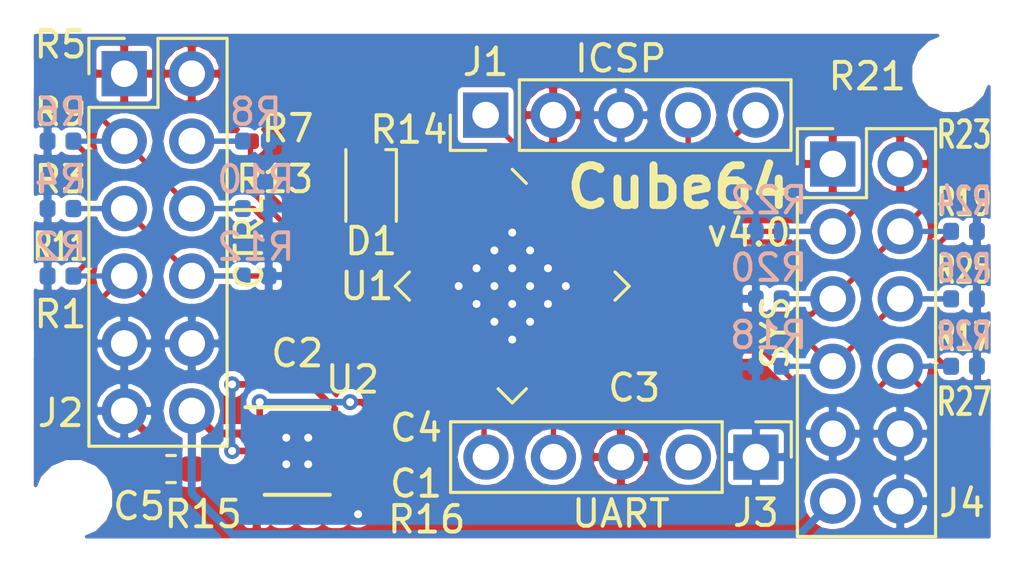
<source format=kicad_pcb>
(kicad_pcb (version 20171130) (host pcbnew 5.0.0-fee4fd1~66~ubuntu18.04.1)
  (title_block (title "Cube64 SMD") (date 2018-09-06) (rev A))
  (layers (0 F.Cu signal) (31 B.Cu signal) (34 B.Paste user hide) (35 F.Paste user hide) (36 B.SilkS user) (37 F.SilkS user) (38 B.Mask user hide) (39 F.Mask user hide) (44 Edge.Cuts user))
  (net 0 "")
  (net 1 +3V3)
  (net 2 "Net-(C2-Pad2)")
  (net 3 "Net-(C2-Pad1)")
  (net 4 +5V)
  (net 5 "Net-(D1-Pad2)")
  (net 6 "Net-(D1-Pad1)")
  (net 7 /PGC)
  (net 8 /PGD)
  (net 9 VPP)
  (net 10 /UART_RX)
  (net 11 /UART_TX)
  (net 12 /G_LED)
  (net 13 /R_LED)
  (net 14 "Net-(U1-Pad2)")
  (net 15 "Net-(U1-Pad3)")
  (net 16 GND)
  (net 17 "Net-(C4-Pad1)")
  (net 18 "Net-(C4-Pad2)")
  (net 19 /CTRL5)
  (net 20 /CTRL4)
  (net 21 /CTRL3)
  (net 22 /CTRL2)
  (net 23 /CTRL1)
  (net 24 /CTRL0)
  (net 25 "Net-(J3-Pad2)")
  (net 26 /SYS0)
  (net 27 /SYS1)
  (net 28 /SYS2)
  (net 29 /SYS3)
  (net 30 /SYS4)
  (net 31 /SYS5)
  (net 32 "Net-(R15-Pad2)")
  (net 33 "Net-(U1-Pad1)")
  (net 34 "Net-(U1-Pad4)")
  (net 35 "Net-(U1-Pad27)")
  (net 36 "Net-(U1-Pad28)")
  (module cube64:DFN-10-1EP_3x3mm_P0.5mm_EP1.55x2.48mm (layer F.Cu) (at -8.09 6.21)
    (fp_text reference U2 (at 2.08 -2.69) (layer F.SilkS))
    (fp_text value LTC3203B-1)
    (fp_line (start -1.95 -1.65) (end 1.225 -1.65) (layer F.SilkS) (width 0.15))
    (fp_line (start -1.225 1.65) (end 1.225 1.65) (layer F.SilkS) (width 0.15))
    (pad 11 thru_hole circle (at 0.4125 0.5) (size 0.6 0.6) (drill 0.3) (layers *.Cu) (net 16 GND))
    (pad 11 thru_hole circle (at -0.4125 0.5) (size 0.6 0.6) (drill 0.3) (layers *.Cu) (net 16 GND))
    (pad 11 thru_hole circle (at 0.4125 -0.5) (size 0.6 0.6) (drill 0.3) (layers *.Cu) (net 16 GND))
    (pad 11 thru_hole circle (at -0.4125 -0.5) (size 0.6 0.6) (drill 0.3) (layers *.Cu) (net 16 GND))
    (pad 11 smd roundrect (at 0 0) (size 1.65 2.38) (layers F.Cu F.Mask) (roundrect_rratio 0.059) (net 16 GND))
    (pad 10 smd roundrect (at 1.4125 -1) (size 0.675 0.25) (layers F.Cu F.Paste F.Mask) (net 2 "Net-(C2-Pad2)"))
    (pad 9 smd roundrect (at 1.4125 -0.5) (size 0.675 0.25) (layers F.Cu F.Paste F.Mask) (net 16 GND))
    (pad 8 smd roundrect (at 1.4125 0) (size 0.675 0.25) (layers F.Cu F.Paste F.Mask) (net 18 "Net-(C4-Pad2)"))
    (pad 7 smd roundrect (at 1.4125 0.5) (size 0.675 0.25) (layers F.Cu F.Paste F.Mask) (net 1 +3V3))
    (pad 6 smd roundrect (at 1.4125 1) (size 0.675 0.25) (layers F.Cu F.Paste F.Mask) (net 32 "Net-(R15-Pad2)"))
    (pad 5 smd roundrect (at -1.4125 1) (size 0.675 0.25) (layers F.Cu F.Paste F.Mask) (net 1 +3V3))
    (pad 4 smd roundrect (at -1.4125 0.5) (size 0.675 0.25) (layers F.Cu F.Paste F.Mask) (net 1 +3V3))
    (pad 3 smd roundrect (at -1.4125 0) (size 0.675 0.25) (layers F.Cu F.Paste F.Mask) (net 3 "Net-(C2-Pad1)"))
    (pad 2 smd roundrect (at -1.4125 -0.5) (size 0.675 0.25) (layers F.Cu F.Paste F.Mask) (net 4 +5V))
    (pad 1 smd roundrect (at -1.4125 -1) (size 0.675 0.25) (layers F.Cu F.Paste F.Mask) (net 17 "Net-(C4-Pad1)"))
  )
  (module MountingHole:MountingHole_2.5mm (layer F.Cu) (at -16.5 8)
    (fp_text reference REF** hide)
    (fp_text value MountingHole_2.5mm)
    (pad "" np_thru_hole circle (at 0 0) (size 2.5 2.5) (drill 2.5) (layers *.Cu *.Mask))
  )
  (module cube64:PinHeader_1x05_P2.54mm_Vertical (layer F.Cu) (at -1 -6.44 90)
    (fp_text reference J1 (at 2 0 180) (layer F.SilkS))
    (fp_text value ICSP)
    (fp_line (start -1.33 -1.33) (end 0 -1.33) (layer F.SilkS) (width 0.12))
    (fp_line (start -1.33 0) (end -1.33 -1.33) (layer F.SilkS) (width 0.12))
    (fp_line (start -1.33 1.27) (end 1.33 1.27) (layer F.SilkS) (width 0.12))
    (fp_line (start 1.33 1.27) (end 1.33 11.49) (layer F.SilkS) (width 0.12))
    (fp_line (start -1.33 1.27) (end -1.33 11.49) (layer F.SilkS) (width 0.12))
    (fp_line (start -1.33 11.49) (end 1.33 11.49) (layer F.SilkS) (width 0.12))
    (pad 5 thru_hole oval (at 0 10.16 90) (size 1.7 1.7) (drill 1) (layers *.Cu *.Mask) (net 7 /PGC))
    (pad 4 thru_hole oval (at 0 7.62 90) (size 1.7 1.7) (drill 1) (layers *.Cu *.Mask) (net 8 /PGD))
    (pad 3 thru_hole oval (at 0 5.08 90) (size 1.7 1.7) (drill 1) (layers *.Cu *.Mask) (net 16 GND))
    (pad 2 thru_hole oval (at 0 2.54 90) (size 1.7 1.7) (drill 1) (layers *.Cu *.Mask) (net 1 +3V3))
    (pad 1 thru_hole rect (at 0 0 90) (size 1.7 1.7) (drill 1) (layers *.Cu *.Mask) (net 9 VPP))
  )
  (module MountingHole:MountingHole_2.5mm (layer F.Cu) (at 16.5 -8)
    (fp_text reference REF** hide)
    (fp_text value MountingHole_2.5mm)
    (pad "" np_thru_hole circle (at 0 0) (size 2.5 2.5) (drill 2.5) (layers *.Cu *.Mask))
  )
  (module cube64:C_0402_1005Metric (layer F.Cu) (at -5.17 7.44 270)
    (fp_text reference C1 (at 0 -1.55) (layer F.SilkS))
    (fp_text value 2.2u)
    (pad 2 smd roundrect (at 0.485 0 270) (size 0.59 0.64) (layers F.Cu F.Paste F.Mask) (net 16 GND))
    (pad 1 smd roundrect (at -0.485 0 270) (size 0.59 0.64) (layers F.Cu F.Paste F.Mask) (net 1 +3V3))
  )
  (module cube64:C_0402_1005Metric (layer F.Cu) (at -8.09 3.7)
    (fp_text reference C2 (at 0 -1.17) (layer F.SilkS))
    (fp_text value 2.2u)
    (pad 2 smd roundrect (at 0.485 0) (size 0.59 0.64) (layers F.Cu F.Paste F.Mask) (net 2 "Net-(C2-Pad2)"))
    (pad 1 smd roundrect (at -0.485 0) (size 0.59 0.64) (layers F.Cu F.Paste F.Mask) (net 3 "Net-(C2-Pad1)"))
  )
  (module cube64:C_0402_1005Metric (layer F.Cu) (at 2.63 3.83 225)
    (fp_text reference C3 (at -1.385929 -1.385929 180) (layer F.SilkS))
    (fp_text value 0.1u)
    (pad 1 smd roundrect (at -0.485 0 225) (size 0.59 0.64) (layers F.Cu F.Paste F.Mask) (net 1 +3V3))
    (pad 2 smd roundrect (at 0.485 0 225) (size 0.59 0.64) (layers F.Cu F.Paste F.Mask) (net 16 GND))
  )
  (module cube64:C_0402_1005Metric (layer F.Cu) (at -5.17 5.34 270)
    (fp_text reference C4 (at 0 -1.55) (layer F.SilkS))
    (fp_text value 2.2u)
    (pad 1 smd roundrect (at -0.485 0 270) (size 0.59 0.64) (layers F.Cu F.Paste F.Mask) (net 17 "Net-(C4-Pad1)"))
    (pad 2 smd roundrect (at 0.485 0 270) (size 0.59 0.64) (layers F.Cu F.Paste F.Mask) (net 18 "Net-(C4-Pad2)"))
  )
  (module cube64:C_0603_1608Metric (layer F.Cu) (at -12.84 6.89 180)
    (fp_text reference C5 (at 1.2 -1.4) (layer F.SilkS))
    (fp_text value 4.7u)
    (fp_line (start -0.162779 -0.51) (end 0.162779 -0.51) (layer F.SilkS) (width 0.12))
    (fp_line (start -0.162779 0.51) (end 0.162779 0.51) (layer F.SilkS) (width 0.12))
    (pad 1 smd roundrect (at -0.7875 0 180) (size 0.875 0.95) (layers F.Cu F.Paste F.Mask) (net 4 +5V))
    (pad 2 smd roundrect (at 0.7875 0 180) (size 0.875 0.95) (layers F.Cu F.Paste F.Mask) (net 16 GND))
  )
  (module cube64:D_0606_1616Metric (layer F.Cu) (at -5.31 -3.79 270)
    (fp_text reference D1 (at 2.1 0) (layer F.SilkS))
    (fp_text value LED_Dual_AACC)
    (fp_line (start -1.35 -0.55) (end -1.35 -0.95) (layer F.SilkS) (width 0.12))
    (fp_line (start -1.35 -0.95) (end 1.35 -0.95) (layer F.SilkS) (width 0.12))
    (fp_line (start -1.35 0.95) (end 1.35 0.95) (layer F.SilkS) (width 0.12))
    (pad 1 smd rect (at -0.725 -0.425 270) (size 0.85 0.65) (layers F.Cu F.Paste F.Mask) (net 6 "Net-(D1-Pad1)"))
    (pad 3 smd rect (at 0.725 -0.425 270) (size 0.85 0.65) (layers F.Cu F.Paste F.Mask) (net 12 /G_LED))
    (pad 4 smd rect (at 0.725 0.425 270) (size 0.85 0.65) (layers F.Cu F.Paste F.Mask) (net 13 /R_LED))
    (pad 2 smd rect (at -0.725 0.425 270) (size 0.85 0.65) (layers F.Cu F.Paste F.Mask) (net 5 "Net-(D1-Pad2)"))
  )
  (module cube64:PinHeader_2x06_P2.54mm_Vertical (layer F.Cu) (at -14.6 -8)
    (fp_text reference J2 (at -2.39 12.78) (layer F.SilkS))
    (fp_text value CTRL)
    (fp_line (start -1.33 -1.33) (end 0 -1.33) (layer F.SilkS) (width 0.12))
    (fp_line (start -1.33 0) (end -1.33 -1.33) (layer F.SilkS) (width 0.12))
    (fp_line (start 1.27 -1.33) (end 3.87 -1.33) (layer F.SilkS) (width 0.12))
    (fp_line (start 1.27 1.27) (end 1.27 -1.33) (layer F.SilkS) (width 0.12))
    (fp_line (start -1.33 1.27) (end 1.27 1.27) (layer F.SilkS) (width 0.12))
    (fp_line (start 3.87 -1.33) (end 3.87 14.03) (layer F.SilkS) (width 0.12))
    (fp_line (start -1.33 1.27) (end -1.33 14.03) (layer F.SilkS) (width 0.12))
    (fp_line (start -1.33 14.03) (end 3.87 14.03) (layer F.SilkS) (width 0.12))
    (pad 12 thru_hole oval (at 2.54 12.7) (size 1.7 1.7) (drill 1) (layers *.Cu *.Mask) (net 4 +5V))
    (pad 11 thru_hole oval (at 0 12.7) (size 1.7 1.7) (drill 1) (layers *.Cu *.Mask) (net 16 GND))
    (pad 10 thru_hole oval (at 2.54 10.16) (size 1.7 1.7) (drill 1) (layers *.Cu *.Mask) (net 16 GND))
    (pad 9 thru_hole oval (at 0 10.16) (size 1.7 1.7) (drill 1) (layers *.Cu *.Mask) (net 16 GND))
    (pad 8 thru_hole oval (at 2.54 7.62) (size 1.7 1.7) (drill 1) (layers *.Cu *.Mask) (net 20 /CTRL4))
    (pad 7 thru_hole oval (at 0 7.62) (size 1.7 1.7) (drill 1) (layers *.Cu *.Mask) (net 19 /CTRL5))
    (pad 6 thru_hole oval (at 2.54 5.08) (size 1.7 1.7) (drill 1) (layers *.Cu *.Mask) (net 22 /CTRL2))
    (pad 5 thru_hole oval (at 0 5.08) (size 1.7 1.7) (drill 1) (layers *.Cu *.Mask) (net 21 /CTRL3))
    (pad 4 thru_hole oval (at 2.54 2.54) (size 1.7 1.7) (drill 1) (layers *.Cu *.Mask) (net 24 /CTRL0))
    (pad 3 thru_hole oval (at 0 2.54) (size 1.7 1.7) (drill 1) (layers *.Cu *.Mask) (net 23 /CTRL1))
    (pad 2 thru_hole oval (at 2.54 0) (size 1.7 1.7) (drill 1) (layers *.Cu *.Mask) (net 1 +3V3))
    (pad 1 thru_hole rect (at 0 0) (size 1.7 1.7) (drill 1) (layers *.Cu *.Mask) (net 1 +3V3))
  )
  (module cube64:PinHeader_2x06_P2.54mm_Vertical (layer F.Cu) (at 12.06 -4.6)
    (fp_text reference J4 (at 4.87 12.77) (layer F.SilkS))
    (fp_text value SYS)
    (fp_line (start -1.33 14.03) (end 3.87 14.03) (layer F.SilkS) (width 0.12))
    (fp_line (start -1.33 1.27) (end -1.33 14.03) (layer F.SilkS) (width 0.12))
    (fp_line (start 3.87 -1.33) (end 3.87 14.03) (layer F.SilkS) (width 0.12))
    (fp_line (start -1.33 1.27) (end 1.27 1.27) (layer F.SilkS) (width 0.12))
    (fp_line (start 1.27 1.27) (end 1.27 -1.33) (layer F.SilkS) (width 0.12))
    (fp_line (start 1.27 -1.33) (end 3.87 -1.33) (layer F.SilkS) (width 0.12))
    (fp_line (start -1.33 0) (end -1.33 -1.33) (layer F.SilkS) (width 0.12))
    (fp_line (start -1.33 -1.33) (end 0 -1.33) (layer F.SilkS) (width 0.12))
    (pad 1 thru_hole rect (at 0 0) (size 1.7 1.7) (drill 1) (layers *.Cu *.Mask) (net 1 +3V3))
    (pad 2 thru_hole oval (at 2.54 0) (size 1.7 1.7) (drill 1) (layers *.Cu *.Mask) (net 1 +3V3))
    (pad 3 thru_hole oval (at 0 2.54) (size 1.7 1.7) (drill 1) (layers *.Cu *.Mask) (net 26 /SYS0))
    (pad 4 thru_hole oval (at 2.54 2.54) (size 1.7 1.7) (drill 1) (layers *.Cu *.Mask) (net 27 /SYS1))
    (pad 5 thru_hole oval (at 0 5.08) (size 1.7 1.7) (drill 1) (layers *.Cu *.Mask) (net 28 /SYS2))
    (pad 6 thru_hole oval (at 2.54 5.08) (size 1.7 1.7) (drill 1) (layers *.Cu *.Mask) (net 29 /SYS3))
    (pad 7 thru_hole oval (at 0 7.62) (size 1.7 1.7) (drill 1) (layers *.Cu *.Mask) (net 30 /SYS4))
    (pad 8 thru_hole oval (at 2.54 7.62) (size 1.7 1.7) (drill 1) (layers *.Cu *.Mask) (net 31 /SYS5))
    (pad 9 thru_hole oval (at 0 10.16) (size 1.7 1.7) (drill 1) (layers *.Cu *.Mask) (net 16 GND))
    (pad 10 thru_hole oval (at 2.54 10.16) (size 1.7 1.7) (drill 1) (layers *.Cu *.Mask) (net 16 GND))
    (pad 11 thru_hole oval (at 0 12.7) (size 1.7 1.7) (drill 1) (layers *.Cu *.Mask) (net 4 +5V))
    (pad 12 thru_hole oval (at 2.54 12.7) (size 1.7 1.7) (drill 1) (layers *.Cu *.Mask) (net 16 GND))
  )
  (module cube64:R_0402_1005Metric (layer F.Cu) (at -17 2.16)
    (fp_text reference R1 (at 0 -1.1) (layer F.SilkS))
    (fp_text value DNP)
    (pad 1 smd roundrect (at -0.485 0) (size 0.59 0.64) (layers F.Cu F.Paste F.Mask) (net 1 +3V3))
    (pad 2 smd roundrect (at 0.485 0) (size 0.59 0.64) (layers F.Cu F.Paste F.Mask) (net 19 /CTRL5))
  )
  (module cube64:R_0402_1005Metric (layer B.Cu) (at -17 -0.38 180)
    (fp_text reference R2 (at 0 1.1 180) (layer B.SilkS) (effects (justify mirror)))
    (fp_text value DNP)
    (pad 2 smd roundrect (at 0.485 0 180) (size 0.59 0.64) (layers B.Cu B.Paste B.Mask) (net 16 GND))
    (pad 1 smd roundrect (at -0.485 0 180) (size 0.59 0.64) (layers B.Cu B.Paste B.Mask) (net 19 /CTRL5))
  )
  (module cube64:R_0402_1005Metric (layer F.Cu) (at -17 -2.92)
    (fp_text reference R3 (at 0 -1.1) (layer F.SilkS))
    (fp_text value 1K)
    (pad 1 smd roundrect (at -0.485 0) (size 0.59 0.64) (layers F.Cu F.Paste F.Mask) (net 1 +3V3))
    (pad 2 smd roundrect (at 0.485 0) (size 0.59 0.64) (layers F.Cu F.Paste F.Mask) (net 21 /CTRL3))
  )
  (module cube64:R_0402_1005Metric (layer B.Cu) (at -17 -2.92 180)
    (fp_text reference R4 (at 0 1.1 180) (layer B.SilkS) (effects (justify mirror)))
    (fp_text value DNP)
    (pad 2 smd roundrect (at 0.485 0 180) (size 0.59 0.64) (layers B.Cu B.Paste B.Mask) (net 16 GND))
    (pad 1 smd roundrect (at -0.485 0 180) (size 0.59 0.64) (layers B.Cu B.Paste B.Mask) (net 21 /CTRL3))
  )
  (module cube64:R_0402_1005Metric (layer F.Cu) (at -17 -8)
    (fp_text reference R5 (at 0 -1.1) (layer F.SilkS))
    (fp_text value DNP)
    (pad 1 smd roundrect (at -0.485 0) (size 0.59 0.64) (layers F.Cu F.Paste F.Mask) (net 1 +3V3))
    (pad 2 smd roundrect (at 0.485 0) (size 0.59 0.64) (layers F.Cu F.Paste F.Mask) (net 23 /CTRL1))
  )
  (module cube64:R_0402_1005Metric (layer B.Cu) (at -17 -5.46 180)
    (fp_text reference R6 (at 0 1.1 180) (layer B.SilkS) (effects (justify mirror)))
    (fp_text value DNP)
    (pad 2 smd roundrect (at 0.485 0 180) (size 0.59 0.64) (layers B.Cu B.Paste B.Mask) (net 16 GND))
    (pad 1 smd roundrect (at -0.485 0 180) (size 0.59 0.64) (layers B.Cu B.Paste B.Mask) (net 23 /CTRL1))
  )
  (module cube64:R_0402_1005Metric (layer F.Cu) (at -9.85 -5.94 270)
    (fp_text reference R7 (at 0 -1.4) (layer F.SilkS))
    (fp_text value DNP)
    (pad 1 smd roundrect (at -0.485 0 270) (size 0.59 0.64) (layers F.Cu F.Paste F.Mask) (net 1 +3V3))
    (pad 2 smd roundrect (at 0.485 0 270) (size 0.59 0.64) (layers F.Cu F.Paste F.Mask) (net 24 /CTRL0))
  )
  (module cube64:R_0402_1005Metric (layer B.Cu) (at -9.65 -5.46)
    (fp_text reference R8 (at 0 -1.1) (layer B.SilkS) (effects (justify mirror)))
    (fp_text value DNP)
    (pad 2 smd roundrect (at 0.485 0) (size 0.59 0.64) (layers B.Cu B.Paste B.Mask) (net 16 GND))
    (pad 1 smd roundrect (at -0.485 0) (size 0.59 0.64) (layers B.Cu B.Paste B.Mask) (net 24 /CTRL0))
  )
  (module cube64:R_0402_1005Metric (layer F.Cu) (at -17 -5.46)
    (fp_text reference R9 (at 0 -1.1) (layer F.SilkS))
    (fp_text value 1K)
    (pad 1 smd roundrect (at -0.485 0) (size 0.59 0.64) (layers F.Cu F.Paste F.Mask) (net 1 +3V3))
    (pad 2 smd roundrect (at 0.485 0) (size 0.59 0.64) (layers F.Cu F.Paste F.Mask) (net 22 /CTRL2))
  )
  (module cube64:R_0402_1005Metric (layer B.Cu) (at -9.65 -2.92)
    (fp_text reference R10 (at 0 -1.1) (layer B.SilkS) (effects (justify mirror)))
    (fp_text value DNP)
    (pad 2 smd roundrect (at 0.485 0) (size 0.59 0.64) (layers B.Cu B.Paste B.Mask) (net 16 GND))
    (pad 1 smd roundrect (at -0.485 0) (size 0.59 0.64) (layers B.Cu B.Paste B.Mask) (net 22 /CTRL2))
  )
  (module cube64:R_0402_1005Metric (layer F.Cu) (at -17 -0.38)
    (fp_text reference R11 (at 0 -1.1) (layer F.SilkS) (effects (font (size 1 0.7))))
    (fp_text value DNP)
    (pad 1 smd roundrect (at -0.485 0) (size 0.59 0.64) (layers F.Cu F.Paste F.Mask) (net 1 +3V3))
    (pad 2 smd roundrect (at 0.485 0) (size 0.59 0.64) (layers F.Cu F.Paste F.Mask) (net 20 /CTRL4))
  )
  (module cube64:R_0402_1005Metric (layer B.Cu) (at -9.65 -0.38)
    (fp_text reference R12 (at 0 -1.1 180) (layer B.SilkS) (effects (justify mirror)))
    (fp_text value DNP)
    (pad 2 smd roundrect (at 0.485 0) (size 0.59 0.64) (layers B.Cu B.Paste B.Mask) (net 16 GND))
    (pad 1 smd roundrect (at -0.485 0) (size 0.59 0.64) (layers B.Cu B.Paste B.Mask) (net 20 /CTRL4))
  )
  (module cube64:R_0402_1005Metric (layer F.Cu) (at -6.94 -4.03 90)
    (fp_text reference R13 (at 0 -2 180) (layer F.SilkS))
    (fp_text value 64.9)
    (pad 2 smd roundrect (at 0.485 0 90) (size 0.59 0.64) (layers F.Cu F.Paste F.Mask) (net 5 "Net-(D1-Pad2)"))
    (pad 1 smd roundrect (at -0.485 0 90) (size 0.59 0.64) (layers F.Cu F.Paste F.Mask) (net 1 +3V3))
  )
  (module cube64:R_0402_1005Metric (layer F.Cu) (at -3.64 -4.03 90)
    (fp_text reference R14 (at 1.86 -0.25) (layer F.SilkS))
    (fp_text value 64.9)
    (pad 1 smd roundrect (at -0.485 0 90) (size 0.59 0.64) (layers F.Cu F.Paste F.Mask) (net 1 +3V3))
    (pad 2 smd roundrect (at 0.485 0 90) (size 0.59 0.64) (layers F.Cu F.Paste F.Mask) (net 6 "Net-(D1-Pad1)"))
  )
  (module cube64:R_0402_1005Metric (layer F.Cu) (at -9.13 8.59)
    (fp_text reference R15 (at -2.5 0) (layer F.SilkS))
    (fp_text value 402K)
    (pad 2 smd roundrect (at 0.485 0) (size 0.59 0.64) (layers F.Cu F.Paste F.Mask) (net 32 "Net-(R15-Pad2)"))
    (pad 1 smd roundrect (at -0.485 0) (size 0.59 0.64) (layers F.Cu F.Paste F.Mask) (net 1 +3V3))
  )
  (module cube64:R_0402_1005Metric (layer F.Cu) (at -7.12 8.59)
    (fp_text reference R16 (at 3.9 0.2) (layer F.SilkS))
    (fp_text value 100K)
    (pad 1 smd roundrect (at -0.485 0) (size 0.59 0.64) (layers F.Cu F.Paste F.Mask) (net 32 "Net-(R15-Pad2)"))
    (pad 2 smd roundrect (at 0.485 0) (size 0.59 0.64) (layers F.Cu F.Paste F.Mask) (net 16 GND))
  )
  (module cube64:R_0402_1005Metric (layer F.Cu) (at 17 3.02 180)
    (fp_text reference R17 (at 0 1.1 180) (layer F.SilkS) (effects (font (size 1 0.7))))
    (fp_text value DNP)
    (pad 1 smd roundrect (at -0.485 0 180) (size 0.59 0.64) (layers F.Cu F.Paste F.Mask) (net 1 +3V3))
    (pad 2 smd roundrect (at 0.485 0 180) (size 0.59 0.64) (layers F.Cu F.Paste F.Mask) (net 30 /SYS4))
  )
  (module cube64:R_0402_1005Metric (layer B.Cu) (at 9.65 3.02 180)
    (fp_text reference R18 (at 0 1.17 180) (layer B.SilkS) (effects (justify mirror)))
    (fp_text value DNP)
    (pad 2 smd roundrect (at 0.485 0 180) (size 0.59 0.64) (layers B.Cu B.Paste B.Mask) (net 16 GND))
    (pad 1 smd roundrect (at -0.485 0 180) (size 0.59 0.64) (layers B.Cu B.Paste B.Mask) (net 30 /SYS4))
  )
  (module cube64:R_0402_1005Metric (layer F.Cu) (at 17 -2.06 180)
    (fp_text reference R19 (at 0 1.1 180) (layer F.SilkS) (effects (font (size 1 0.7))))
    (fp_text value DNP)
    (pad 1 smd roundrect (at -0.485 0 180) (size 0.59 0.64) (layers F.Cu F.Paste F.Mask) (net 1 +3V3))
    (pad 2 smd roundrect (at 0.485 0 180) (size 0.59 0.64) (layers F.Cu F.Paste F.Mask) (net 28 /SYS2))
  )
  (module cube64:R_0402_1005Metric (layer B.Cu) (at 9.65 0.48 180)
    (fp_text reference R20 (at 0 1.17 180) (layer B.SilkS) (effects (justify mirror)))
    (fp_text value DNP)
    (pad 2 smd roundrect (at 0.485 0 180) (size 0.59 0.64) (layers B.Cu B.Paste B.Mask) (net 16 GND))
    (pad 1 smd roundrect (at -0.485 0 180) (size 0.59 0.64) (layers B.Cu B.Paste B.Mask) (net 28 /SYS2))
  )
  (module cube64:R_0402_1005Metric (layer F.Cu) (at 13.36 -6.8)
    (fp_text reference R21 (at 0 -1.1) (layer F.SilkS))
    (fp_text value DNP)
    (pad 1 smd roundrect (at -0.485 0) (size 0.59 0.64) (layers F.Cu F.Paste F.Mask) (net 1 +3V3))
    (pad 2 smd roundrect (at 0.485 0) (size 0.59 0.64) (layers F.Cu F.Paste F.Mask) (net 26 /SYS0))
  )
  (module cube64:R_0402_1005Metric (layer B.Cu) (at 9.65 -2.06 180)
    (fp_text reference R22 (at 0 1.17 180) (layer B.SilkS) (effects (justify mirror)))
    (fp_text value DNP)
    (pad 2 smd roundrect (at 0.485 0 180) (size 0.59 0.64) (layers B.Cu B.Paste B.Mask) (net 16 GND))
    (pad 1 smd roundrect (at -0.485 0 180) (size 0.59 0.64) (layers B.Cu B.Paste B.Mask) (net 26 /SYS0))
  )
  (module cube64:R_0402_1005Metric (layer F.Cu) (at 17 -4.6 180)
    (fp_text reference R23 (at 0 1.1 180) (layer F.SilkS) (effects (font (size 1 0.7))))
    (fp_text value DNP)
    (pad 1 smd roundrect (at -0.485 0 180) (size 0.59 0.64) (layers F.Cu F.Paste F.Mask) (net 1 +3V3))
    (pad 2 smd roundrect (at 0.485 0 180) (size 0.59 0.64) (layers F.Cu F.Paste F.Mask) (net 27 /SYS1))
  )
  (module cube64:R_0402_1005Metric (layer B.Cu) (at 17 -2.06)
    (fp_text reference R24 (at 0 -1.15) (layer B.SilkS) (effects (font (size 1 0.7)) (justify mirror)))
    (fp_text value DNP)
    (pad 2 smd roundrect (at 0.485 0) (size 0.59 0.64) (layers B.Cu B.Paste B.Mask) (net 16 GND))
    (pad 1 smd roundrect (at -0.485 0) (size 0.59 0.64) (layers B.Cu B.Paste B.Mask) (net 27 /SYS1))
  )
  (module cube64:R_0402_1005Metric (layer F.Cu) (at 17 0.48 180)
    (fp_text reference R25 (at 0 1.1 180) (layer F.SilkS) (effects (font (size 1 0.7))))
    (fp_text value DNP)
    (pad 2 smd roundrect (at 0.485 0 180) (size 0.59 0.64) (layers F.Cu F.Paste F.Mask) (net 29 /SYS3))
    (pad 1 smd roundrect (at -0.485 0 180) (size 0.59 0.64) (layers F.Cu F.Paste F.Mask) (net 1 +3V3))
  )
  (module cube64:R_0402_1005Metric (layer B.Cu) (at 17 0.48)
    (fp_text reference R26 (at 0 -1.15) (layer B.SilkS) (effects (font (size 1 0.7)) (justify mirror)))
    (fp_text value DNP)
    (pad 1 smd roundrect (at -0.485 0) (size 0.59 0.64) (layers B.Cu B.Paste B.Mask) (net 29 /SYS3))
    (pad 2 smd roundrect (at 0.485 0) (size 0.59 0.64) (layers B.Cu B.Paste B.Mask) (net 16 GND))
  )
  (module cube64:R_0402_1005Metric (layer F.Cu) (at 17 5.56 180)
    (fp_text reference R27 (at 0 1.2 180) (layer F.SilkS) (effects (font (size 1 0.7))))
    (fp_text value DNP)
    (pad 2 smd roundrect (at 0.485 0 180) (size 0.59 0.64) (layers F.Cu F.Paste F.Mask) (net 31 /SYS5))
    (pad 1 smd roundrect (at -0.485 0 180) (size 0.59 0.64) (layers F.Cu F.Paste F.Mask) (net 1 +3V3))
  )
  (module cube64:R_0402_1005Metric (layer B.Cu) (at 17 3.02)
    (fp_text reference R28 (at 0 -1.15) (layer B.SilkS) (effects (font (size 1 0.7)) (justify mirror)))
    (fp_text value DNP)
    (pad 1 smd roundrect (at -0.485 0) (size 0.59 0.64) (layers B.Cu B.Paste B.Mask) (net 31 /SYS5))
    (pad 2 smd roundrect (at 0.485 0) (size 0.59 0.64) (layers B.Cu B.Paste B.Mask) (net 16 GND))
  )
  (module cube64:QFN-28-1EP_6x6mm_P0.65mm_EP4.25x4.25mm_ThermalVias (layer F.Cu) (at 0 0 315)
    (fp_text reference U1 (at -3.867874 3.867874) (layer F.SilkS))
    (fp_text value PIC18F24Q10)
    (fp_line (start 2.36 -3.11) (end 3.11 -3.11) (layer F.SilkS) (width 0.12))
    (fp_line (start 3.11 -3.11) (end 3.11 -2.36) (layer F.SilkS) (width 0.12))
    (fp_line (start -2.36 3.11) (end -3.11 3.11) (layer F.SilkS) (width 0.12))
    (fp_line (start -3.11 3.11) (end -3.11 2.36) (layer F.SilkS) (width 0.12))
    (fp_line (start 2.36 3.11) (end 3.11 3.11) (layer F.SilkS) (width 0.12))
    (fp_line (start 3.11 3.11) (end 3.11 2.36) (layer F.SilkS) (width 0.12))
    (fp_line (start -2.36 -3.11) (end -3.11 -3.11) (layer F.SilkS) (width 0.12))
    (pad 29 smd roundrect (at 0 0 315) (size 4.25 4.25) (layers F.Cu F.Mask) (roundrect_rratio 0.058824) (net 16 GND))
    (pad 29 thru_hole circle (at -1.425 -1.425 315) (size 0.6 0.6) (drill 0.3) (layers *.Cu) (net 16 GND))
    (pad 29 thru_hole circle (at -0.475 -1.425 315) (size 0.6 0.6) (drill 0.3) (layers *.Cu) (net 16 GND))
    (pad 29 thru_hole circle (at 0.475 -1.425 315) (size 0.6 0.6) (drill 0.3) (layers *.Cu) (net 16 GND))
    (pad 29 thru_hole circle (at 1.425 -1.425 315) (size 0.6 0.6) (drill 0.3) (layers *.Cu) (net 16 GND))
    (pad 29 thru_hole circle (at -1.425 -0.475 315) (size 0.6 0.6) (drill 0.3) (layers *.Cu) (net 16 GND))
    (pad 29 thru_hole circle (at -0.475 -0.475 315) (size 0.6 0.6) (drill 0.3) (layers *.Cu) (net 16 GND))
    (pad 29 thru_hole circle (at 0.475 -0.475 315) (size 0.6 0.6) (drill 0.3) (layers *.Cu) (net 16 GND))
    (pad 29 thru_hole circle (at 1.425 -0.475 315) (size 0.6 0.6) (drill 0.3) (layers *.Cu) (net 16 GND))
    (pad 29 thru_hole circle (at -1.425 0.475 315) (size 0.6 0.6) (drill 0.3) (layers *.Cu) (net 16 GND))
    (pad 29 thru_hole circle (at -0.475 0.475 315) (size 0.6 0.6) (drill 0.3) (layers *.Cu) (net 16 GND))
    (pad 29 thru_hole circle (at 0.475 0.475 315) (size 0.6 0.6) (drill 0.3) (layers *.Cu) (net 16 GND))
    (pad 29 thru_hole circle (at 1.425 0.475 315) (size 0.6 0.6) (drill 0.3) (layers *.Cu) (net 16 GND))
    (pad 29 thru_hole circle (at -1.425 1.425 315) (size 0.6 0.6) (drill 0.3) (layers *.Cu) (net 16 GND))
    (pad 29 thru_hole circle (at -0.475 1.425 315) (size 0.6 0.6) (drill 0.3) (layers *.Cu) (net 16 GND))
    (pad 29 thru_hole circle (at 0.475 1.425 315) (size 0.6 0.6) (drill 0.3) (layers *.Cu) (net 16 GND))
    (pad 29 thru_hole circle (at 1.425 1.425 315) (size 0.6 0.6) (drill 0.3) (layers *.Cu) (net 16 GND))
    (pad 29 smd roundrect (at 0 0 315) (size 3.35 3.35) (layers B.Cu) (roundrect_rratio 0.075) (net 16 GND))
    (pad 1 smd roundrect (at -2.85 -1.95 315) (size 1 0.37) (layers F.Cu F.Paste F.Mask) (net 33 "Net-(U1-Pad1)"))
    (pad 2 smd roundrect (at -2.85 -1.3 315) (size 1 0.37) (layers F.Cu F.Paste F.Mask) (net 14 "Net-(U1-Pad2)"))
    (pad 3 smd roundrect (at -2.85 -0.65 315) (size 1 0.37) (layers F.Cu F.Paste F.Mask) (net 15 "Net-(U1-Pad3)"))
    (pad 4 smd roundrect (at -2.85 0 315) (size 1 0.37) (layers F.Cu F.Paste F.Mask) (net 34 "Net-(U1-Pad4)"))
    (pad 5 smd roundrect (at -2.85 0.65 315) (size 1 0.37) (layers F.Cu F.Paste F.Mask) (net 16 GND))
    (pad 6 smd roundrect (at -2.85 1.3 315) (size 1 0.37) (layers F.Cu F.Paste F.Mask) (net 12 /G_LED))
    (pad 7 smd roundrect (at -2.85 1.95 315) (size 1 0.37) (layers F.Cu F.Paste F.Mask) (net 13 /R_LED))
    (pad 8 smd roundrect (at -1.95 2.85 315) (size 0.37 1) (layers F.Cu F.Paste F.Mask) (net 24 /CTRL0))
    (pad 9 smd roundrect (at -1.3 2.85 315) (size 0.37 1) (layers F.Cu F.Paste F.Mask) (net 23 /CTRL1))
    (pad 10 smd roundrect (at -0.65 2.85 315) (size 0.37 1) (layers F.Cu F.Paste F.Mask) (net 22 /CTRL2))
    (pad 11 smd roundrect (at 0 2.85 315) (size 0.37 1) (layers F.Cu F.Paste F.Mask) (net 21 /CTRL3))
    (pad 12 smd roundrect (at 0.65 2.85 315) (size 0.37 1) (layers F.Cu F.Paste F.Mask) (net 20 /CTRL4))
    (pad 13 smd roundrect (at 1.3 2.85 315) (size 0.37 1) (layers F.Cu F.Paste F.Mask) (net 19 /CTRL5))
    (pad 14 smd roundrect (at 1.95 2.85 315) (size 0.37 1) (layers F.Cu F.Paste F.Mask) (net 11 /UART_TX))
    (pad 15 smd roundrect (at 2.85 1.95 315) (size 1 0.37) (layers F.Cu F.Paste F.Mask) (net 10 /UART_RX))
    (pad 16 smd roundrect (at 2.85 1.3 315) (size 1 0.37) (layers F.Cu F.Paste F.Mask) (net 16 GND))
    (pad 17 smd roundrect (at 2.85 0.65 315) (size 1 0.37) (layers F.Cu F.Paste F.Mask) (net 1 +3V3))
    (pad 18 smd roundrect (at 2.85 0 315) (size 1 0.37) (layers F.Cu F.Paste F.Mask) (net 31 /SYS5))
    (pad 19 smd roundrect (at 2.85 -0.65 315) (size 1 0.37) (layers F.Cu F.Paste F.Mask) (net 30 /SYS4))
    (pad 20 smd roundrect (at 2.85 -1.3 315) (size 1 0.37) (layers F.Cu F.Paste F.Mask) (net 29 /SYS3))
    (pad 21 smd roundrect (at 2.85 -1.95 315) (size 1 0.37) (layers F.Cu F.Paste F.Mask) (net 28 /SYS2))
    (pad 22 smd roundrect (at 1.95 -2.85 315) (size 0.37 1) (layers F.Cu F.Paste F.Mask) (net 27 /SYS1))
    (pad 23 smd roundrect (at 1.3 -2.85 315) (size 0.37 1) (layers F.Cu F.Paste F.Mask) (net 26 /SYS0))
    (pad 24 smd roundrect (at 0.65 -2.85 315) (size 0.37 1) (layers F.Cu F.Paste F.Mask) (net 7 /PGC))
    (pad 25 smd roundrect (at 0 -2.85 315) (size 0.37 1) (layers F.Cu F.Paste F.Mask) (net 8 /PGD))
    (pad 26 smd roundrect (at -0.65 -2.85 315) (size 0.37 1) (layers F.Cu F.Paste F.Mask) (net 9 VPP))
    (pad 27 smd roundrect (at -1.3 -2.85 315) (size 0.37 1) (layers F.Cu F.Paste F.Mask) (net 35 "Net-(U1-Pad27)"))
    (pad 28 smd roundrect (at -1.95 -2.85 315) (size 0.37 1) (layers F.Cu F.Paste F.Mask) (net 36 "Net-(U1-Pad28)"))
  )
  (module cube64:PinHeader_1x05_P2.54mm_Vertical (layer F.Cu) (at 9.17 6.44 270)
    (fp_text reference J3 (at 2.1 0) (layer F.SilkS))
    (fp_text value UART)
    (fp_line (start -1.33 11.49) (end 1.33 11.49) (layer F.SilkS) (width 0.12))
    (fp_line (start -1.33 1.27) (end -1.33 11.49) (layer F.SilkS) (width 0.12))
    (fp_line (start 1.33 1.27) (end 1.33 11.49) (layer F.SilkS) (width 0.12))
    (fp_line (start -1.33 1.27) (end 1.33 1.27) (layer F.SilkS) (width 0.12))
    (fp_line (start -1.33 0) (end -1.33 -1.33) (layer F.SilkS) (width 0.12))
    (fp_line (start -1.33 -1.33) (end 0 -1.33) (layer F.SilkS) (width 0.12))
    (pad 1 thru_hole rect (at 0 0 270) (size 1.7 1.7) (drill 1) (layers *.Cu *.Mask) (net 16 GND))
    (pad 2 thru_hole oval (at 0 2.54 270) (size 1.7 1.7) (drill 1) (layers *.Cu *.Mask) (net 25 "Net-(J3-Pad2)"))
    (pad 3 thru_hole oval (at 0 5.08 270) (size 1.7 1.7) (drill 1) (layers *.Cu *.Mask) (net 1 +3V3))
    (pad 4 thru_hole oval (at 0 7.62 270) (size 1.7 1.7) (drill 1) (layers *.Cu *.Mask) (net 10 /UART_RX))
    (pad 5 thru_hole oval (at 0 10.16 270) (size 1.7 1.7) (drill 1) (layers *.Cu *.Mask) (net 11 /UART_TX))
  )
  (gr_text SYS (at 9.9 1.75 90) (layer F.SilkS) (effects (font (size 1 1))))
  (gr_text CTRL (at -9.9 -1.65 90) (layer F.SilkS) (effects (font (size 1 1))))
  (gr_text UART (at 4.09 8.57) (layer F.SilkS) (effects (font (size 1 1))))
  (gr_text ICSP (at 4.08 -8.57) (layer F.SilkS) (effects (font (size 1 1))))
  (gr_text v4.0 (at 8.9 -2.01) (layer F.SilkS) (effects (font (size 1 1))))
  (gr_text Cube64 (at 6.28 -3.73) (layer F.SilkS) (effects (font (size 1.5 1.5) (thickness 0.3))))
  (gr_line (start 19 -10.5) (end -19 -10.5) (layer Edge.Cuts) (width 0.001))
  (gr_line (start -19 10.5) (end 19 10.5) (layer Edge.Cuts) (width 0.001))
  (gr_line (start 19 -10.5) (end 19 10.5) (layer Edge.Cuts) (width 0.001))
  (gr_line (start -19 -10.5) (end -19 10.5) (layer Edge.Cuts) (width 0.001))
  (segment (start -6.6775 4.6275) (end -7.605 3.7) (width 0.25) (layer F.Cu) (net 2))
  (segment (start -6.6775 5.21) (end -6.6775 4.6275) (width 0.25) (layer F.Cu) (net 2))
  (via (at -10.54 3.7) (size 0.6) (drill 0.3) (layers F.Cu B.Cu) (net 3))
  (via (at -10.54 6.21) (size 0.6) (drill 0.3) (layers F.Cu B.Cu) (net 3))
  (segment (start -9.5025 6.21) (end -10.54 6.21) (width 0.25) (layer F.Cu) (net 3))
  (segment (start -10.54 3.81) (end -10.54 6.21) (width 0.25) (layer B.Cu) (net 3))
  (segment (start -8.575 3.7) (end -10.54 3.7) (width 0.25) (layer F.Cu) (net 3))
  (segment (start -11.210001 5.549999) (end -12.06 4.7) (width 0.3) (layer F.Cu) (net 4))
  (segment (start -10.077998 5.71) (end -10.237999 5.549999) (width 0.3) (layer F.Cu) (net 4))
  (segment (start -10.237999 5.549999) (end -11.210001 5.549999) (width 0.3) (layer F.Cu) (net 4))
  (segment (start -9.5025 5.71) (end -10.077998 5.71) (width 0.3) (layer F.Cu) (net 4))
  (segment (start -12.0525 4.7075) (end -12.06 4.7) (width 0.3) (layer F.Cu) (net 4))
  (segment (start -12.0525 6.89) (end -12.0525 4.7075) (width 0.3) (layer F.Cu) (net 4))
  (segment (start -12.06 7.802081) (end -12.06 4.7) (width 0.3) (layer B.Cu) (net 4))
  (segment (start -10.522081 9.34) (end -12.06 7.802081) (width 0.3) (layer B.Cu) (net 4))
  (segment (start 12.06 8.1) (end 10.82 9.34) (width 0.3) (layer B.Cu) (net 4))
  (segment (start 10.82 9.34) (end -10.522081 9.34) (width 0.3) (layer B.Cu) (net 4))
  (segment (start -6.94 -4.515) (end -5.735 -4.515) (width 0.2) (layer F.Cu) (net 5))
  (segment (start -4.885 -4.515) (end -3.64 -4.515) (width 0.2) (layer F.Cu) (net 6))
  (segment (start 3.379249 -2.46001) (end 5.18001 -2.46001) (width 0.2) (layer F.Cu) (net 7))
  (segment (start 8.310001 -5.590001) (end 9.16 -6.44) (width 0.2) (layer F.Cu) (net 7))
  (segment (start 5.18001 -2.46001) (end 8.310001 -5.590001) (width 0.2) (layer F.Cu) (net 7))
  (segment (start 2.474874 -1.555635) (end 3.379249 -2.46001) (width 0.2) (layer F.Cu) (net 7))
  (segment (start 6.62 -4.465698) (end 6.62 -6.44) (width 0.2) (layer F.Cu) (net 8))
  (segment (start 3.21356 -2.86002) (end 5.014322 -2.86002) (width 0.2) (layer F.Cu) (net 8))
  (segment (start 5.014322 -2.86002) (end 6.62 -4.465698) (width 0.2) (layer F.Cu) (net 8))
  (segment (start 2.793057 -2.439517) (end 3.21356 -2.86002) (width 0.2) (layer F.Cu) (net 8))
  (segment (start 2.439517 -2.439517) (end 2.793057 -2.439517) (width 0.2) (layer F.Cu) (net 8))
  (segment (start 2.015254 -2.015254) (end 2.439517 -2.439517) (width 0.2) (layer F.Cu) (net 8))
  (segment (start 1.979898 -3.460102) (end -1 -6.44) (width 0.2) (layer F.Cu) (net 9))
  (segment (start 1.979898 -2.899137) (end 1.979898 -3.460102) (width 0.2) (layer F.Cu) (net 9))
  (segment (start 1.555635 -2.474874) (end 1.979898 -2.899137) (width 0.2) (layer F.Cu) (net 9))
  (segment (start -1.060659 6.369341) (end -0.99 6.44) (width 0.2) (layer F.Cu) (net 11))
  (segment (start -0.636396 3.394113) (end -1.060659 3.818376) (width 0.2) (layer F.Cu) (net 11))
  (segment (start -1.060659 3.818376) (end -1.060659 6.369341) (width 0.2) (layer F.Cu) (net 11))
  (segment (start 1.54 6.43) (end 1.55 6.44) (width 0.2) (layer F.Cu) (net 10))
  (segment (start 1.55 4.307717) (end 1.55 6.44) (width 0.2) (layer F.Cu) (net 10))
  (segment (start 0.636396 3.394113) (end 1.55 4.307717) (width 0.2) (layer F.Cu) (net 10))
  (segment (start -4.885 -3.046523) (end -4.885 -3.065) (width 0.2) (layer F.Cu) (net 12))
  (segment (start -2.934493 -1.096016) (end -4.885 -3.046523) (width 0.2) (layer F.Cu) (net 12))
  (segment (start -5.735 -2.44) (end -5.735 -3.065) (width 0.2) (layer F.Cu) (net 13))
  (segment (start -4.355659 -1.060659) (end -5.735 -2.44) (width 0.2) (layer F.Cu) (net 13))
  (segment (start -3.818376 -1.060659) (end -4.355659 -1.060659) (width 0.2) (layer F.Cu) (net 13))
  (segment (start -3.394113 -0.636396) (end -3.818376 -1.060659) (width 0.2) (layer F.Cu) (net 13))
  (segment (start -13.9925 4.6675) (end -14.06 4.6) (width 0.3) (layer F.Cu) (net 16))
  (segment (start -7.59 5.71) (end -8.09 6.21) (width 0.25) (layer F.Cu) (net 16))
  (segment (start -6.6775 5.71) (end -7.59 5.71) (width 0.25) (layer F.Cu) (net 16))
  (via (at -5.8 8.59) (size 0.6) (drill 0.3) (layers F.Cu B.Cu) (net 16))
  (segment (start -5.8 8.59) (end -5.8 8.555) (width 0.25) (layer F.Cu) (net 16))
  (segment (start -5.8 8.555) (end -5.17 7.925) (width 0.25) (layer F.Cu) (net 16))
  (segment (start -13.6275 5.6725) (end -14.6 4.7) (width 0.3) (layer F.Cu) (net 16))
  (segment (start -13.6275 6.89) (end -13.6275 5.6725) (width 0.3) (layer F.Cu) (net 16))
  (segment (start -6.635 8.59) (end -5.8 8.59) (width 0.3) (layer F.Cu) (net 16))
  (segment (start 2.217053 4.05553) (end 2.217053 4.262947) (width 0.25) (layer F.Cu) (net 16))
  (segment (start 1.096016 2.934493) (end 2.217053 4.05553) (width 0.25) (layer F.Cu) (net 16))
  (segment (start 0 1.838477) (end 0 0) (width 0.25) (layer F.Cu) (net 16))
  (segment (start 1.096016 2.934493) (end 0 1.838477) (width 0.25) (layer F.Cu) (net 16))
  (segment (start -0.919239 0) (end 0 0) (width 0.25) (layer F.Cu) (net 16))
  (segment (start -2.474874 -1.555635) (end -0.919239 0) (width 0.25) (layer F.Cu) (net 16))
  (via (at -9.503 4.37) (size 0.6) (drill 0.3) (layers F.Cu B.Cu) (net 17))
  (via (at -6.1 4.37) (size 0.6) (drill 0.3) (layers F.Cu B.Cu) (net 17))
  (segment (start -9.5025 4.5505) (end -9.503 4.55) (width 0.25) (layer F.Cu) (net 17))
  (segment (start -9.5025 5.21) (end -9.5025 4.5505) (width 0.25) (layer F.Cu) (net 17))
  (segment (start -5.655 4.37) (end -5.17 4.855) (width 0.25) (layer F.Cu) (net 17))
  (segment (start -6.25 4.37) (end -5.655 4.37) (width 0.25) (layer F.Cu) (net 17))
  (segment (start -9.078736 4.37) (end -6.1 4.37) (width 0.25) (layer B.Cu) (net 17))
  (segment (start -9.503 4.37) (end -9.078736 4.37) (width 0.25) (layer B.Cu) (net 17))
  (segment (start -5.555 6.21) (end -5.17 5.825) (width 0.25) (layer F.Cu) (net 18))
  (segment (start -6.6775 6.21) (end -5.555 6.21) (width 0.25) (layer F.Cu) (net 18))
  (segment (start -1.520279 3.358756) (end -5.171244 3.358756) (width 0.2) (layer F.Cu) (net 19))
  (segment (start -1.096016 2.934493) (end -1.520279 3.358756) (width 0.2) (layer F.Cu) (net 19))
  (segment (start -13.449999 0.770001) (end -13.750001 0.469999) (width 0.2) (layer F.Cu) (net 19))
  (segment (start -7.759999 0.770001) (end -13.449999 0.770001) (width 0.2) (layer F.Cu) (net 19))
  (segment (start -13.750001 0.469999) (end -14.6 -0.38) (width 0.2) (layer F.Cu) (net 19))
  (segment (start -5.171244 3.358756) (end -7.759999 0.770001) (width 0.2) (layer F.Cu) (net 19))
  (segment (start -14.6 -0.38) (end -14.74 -0.38) (width 0.2) (layer F.Cu) (net 19))
  (segment (start -16.515 -0.38) (end -14.6 -0.38) (width 0.2) (layer B.Cu) (net 19))
  (segment (start -16.515 1.535) (end -16.515 2.16) (width 0.2) (layer F.Cu) (net 19))
  (segment (start -14.6 -0.38) (end -16.515 1.535) (width 0.2) (layer F.Cu) (net 19))
  (segment (start -8.34 -0.38) (end -12.06 -0.38) (width 0.2) (layer F.Cu) (net 20))
  (segment (start -5.060863 2.899137) (end -8.34 -0.38) (width 0.2) (layer F.Cu) (net 20))
  (segment (start -1.555635 2.474874) (end -1.979898 2.899137) (width 0.2) (layer F.Cu) (net 20))
  (segment (start -1.979898 2.899137) (end -5.060863 2.899137) (width 0.2) (layer F.Cu) (net 20))
  (segment (start -10.205 -0.38) (end -12.06 -0.38) (width 0.2) (layer B.Cu) (net 20))
  (segment (start -15.255 -1.64) (end -16.180832 -0.714168) (width 0.2) (layer F.Cu) (net 20))
  (segment (start -13.96 -1.64) (end -15.255 -1.64) (width 0.2) (layer F.Cu) (net 20))
  (segment (start -13.549999 -1.229999) (end -13.96 -1.64) (width 0.2) (layer F.Cu) (net 20))
  (segment (start -12.06 -0.38) (end -12.909999 -1.229999) (width 0.2) (layer F.Cu) (net 20))
  (segment (start -16.180832 -0.714168) (end -16.515 -0.38) (width 0.2) (layer F.Cu) (net 20))
  (segment (start -12.909999 -1.229999) (end -13.549999 -1.229999) (width 0.2) (layer F.Cu) (net 20))
  (segment (start -13.750001 -2.070001) (end -14.6 -2.92) (width 0.2) (layer F.Cu) (net 21))
  (segment (start -4.950483 2.439517) (end -9.04 -1.65) (width 0.2) (layer F.Cu) (net 21))
  (segment (start -9.04 -1.65) (end -13.33 -1.65) (width 0.2) (layer F.Cu) (net 21))
  (segment (start -2.015254 2.015254) (end -2.439517 2.439517) (width 0.2) (layer F.Cu) (net 21))
  (segment (start -13.33 -1.65) (end -13.750001 -2.070001) (width 0.2) (layer F.Cu) (net 21))
  (segment (start -2.439517 2.439517) (end -4.950483 2.439517) (width 0.2) (layer F.Cu) (net 21))
  (segment (start -16.355 -2.92) (end -14.6 -2.92) (width 0.2) (layer B.Cu) (net 21))
  (segment (start -14.6 -2.92) (end -16.515 -2.92) (width 0.2) (layer F.Cu) (net 21))
  (segment (start -2.899137 1.979898) (end -4.840102 1.979898) (width 0.2) (layer F.Cu) (net 22))
  (segment (start -2.474874 1.555635) (end -2.899137 1.979898) (width 0.2) (layer F.Cu) (net 22))
  (segment (start -9.74 -2.92) (end -12.06 -2.92) (width 0.2) (layer F.Cu) (net 22))
  (segment (start -4.840102 1.979898) (end -9.74 -2.92) (width 0.2) (layer F.Cu) (net 22))
  (segment (start -10.205 -2.92) (end -12.06 -2.92) (width 0.2) (layer B.Cu) (net 22))
  (segment (start -16.180832 -5.125832) (end -16.515 -5.46) (width 0.2) (layer F.Cu) (net 22))
  (segment (start -15.255 -4.2) (end -16.180832 -5.125832) (width 0.2) (layer F.Cu) (net 22))
  (segment (start -14 -4.2) (end -15.255 -4.2) (width 0.2) (layer F.Cu) (net 22))
  (segment (start -13.569999 -3.769999) (end -14 -4.2) (width 0.2) (layer F.Cu) (net 22))
  (segment (start -12.06 -2.92) (end -12.909999 -3.769999) (width 0.2) (layer F.Cu) (net 22))
  (segment (start -12.909999 -3.769999) (end -13.569999 -3.769999) (width 0.2) (layer F.Cu) (net 22))
  (segment (start -13.750001 -4.610001) (end -14.6 -5.46) (width 0.2) (layer F.Cu) (net 23))
  (segment (start -10.435699 -4.2) (end -13.34 -4.2) (width 0.2) (layer F.Cu) (net 23))
  (segment (start -13.34 -4.2) (end -13.750001 -4.610001) (width 0.2) (layer F.Cu) (net 23))
  (segment (start -4.71542 1.520279) (end -10.435699 -4.2) (width 0.2) (layer F.Cu) (net 23))
  (segment (start -2.934493 1.096016) (end -3.358756 1.520279) (width 0.2) (layer F.Cu) (net 23))
  (segment (start -3.358756 1.520279) (end -4.71542 1.520279) (width 0.2) (layer F.Cu) (net 23))
  (segment (start -14.6 -5.46) (end -16.355 -5.46) (width 0.2) (layer B.Cu) (net 23))
  (segment (start -16.515 -7.375) (end -16.515 -8) (width 0.2) (layer F.Cu) (net 23))
  (segment (start -14.6 -5.46) (end -16.515 -7.375) (width 0.2) (layer F.Cu) (net 23))
  (segment (start -3.403604 0.636396) (end -3.394113 0.636396) (width 0.2) (layer F.Cu) (net 24))
  (segment (start -9.85 -4.18) (end -9.85 -5.455) (width 0.2) (layer F.Cu) (net 24))
  (segment (start -4.609341 1.060659) (end -9.85 -4.18) (width 0.2) (layer F.Cu) (net 24))
  (segment (start -3.394113 0.636396) (end -3.818376 1.060659) (width 0.2) (layer F.Cu) (net 24))
  (segment (start -3.818376 1.060659) (end -4.609341 1.060659) (width 0.2) (layer F.Cu) (net 24))
  (segment (start -12.055 -5.455) (end -12.06 -5.46) (width 0.2) (layer F.Cu) (net 24))
  (segment (start -9.85 -5.455) (end -12.055 -5.455) (width 0.2) (layer F.Cu) (net 24))
  (segment (start -10.205 -5.46) (end -12.06 -5.46) (width 0.2) (layer B.Cu) (net 24))
  (segment (start 3.898477 -2.06) (end 12.06 -2.06) (width 0.2) (layer F.Cu) (net 26))
  (segment (start 2.934493 -1.096016) (end 3.898477 -2.06) (width 0.2) (layer F.Cu) (net 26))
  (segment (start 12.909999 -2.909999) (end 12.06 -2.06) (width 0.2) (layer F.Cu) (net 26))
  (segment (start 13.845 -6.8) (end 13.36 -6.315) (width 0.2) (layer F.Cu) (net 26))
  (segment (start 13.36 -3.36) (end 12.909999 -2.909999) (width 0.2) (layer F.Cu) (net 26))
  (segment (start 13.36 -6.315) (end 13.36 -3.36) (width 0.2) (layer F.Cu) (net 26))
  (segment (start 10.135 -2.06) (end 12.06 -2.06) (width 0.2) (layer B.Cu) (net 26))
  (segment (start 4.417707 -1.65999) (end 3.394113 -0.636396) (width 0.2) (layer F.Cu) (net 27))
  (segment (start 11.31999 -0.8) (end 10.46 -1.65999) (width 0.2) (layer F.Cu) (net 27))
  (segment (start 14.6 -2.06) (end 13.34 -0.8) (width 0.2) (layer F.Cu) (net 27))
  (segment (start 10.46 -1.65999) (end 4.417707 -1.65999) (width 0.2) (layer F.Cu) (net 27))
  (segment (start 13.34 -0.8) (end 11.31999 -0.8) (width 0.2) (layer F.Cu) (net 27))
  (segment (start 16.515 -3.975) (end 14.6 -2.06) (width 0.2) (layer F.Cu) (net 27))
  (segment (start 16.515 -4.6) (end 16.515 -3.975) (width 0.2) (layer F.Cu) (net 27))
  (segment (start 14.6 -2.06) (end 16.515 -2.06) (width 0.2) (layer B.Cu) (net 27))
  (segment (start 3.394113 0.636396) (end 3.818376 1.060659) (width 0.2) (layer F.Cu) (net 28))
  (segment (start 11.850659 0.48) (end 11.27 1.060659) (width 0.2) (layer F.Cu) (net 28))
  (segment (start 12.06 0.48) (end 11.850659 0.48) (width 0.2) (layer F.Cu) (net 28))
  (segment (start 3.818376 1.060659) (end 11.27 1.060659) (width 0.2) (layer F.Cu) (net 28))
  (segment (start 12.909999 -0.369999) (end 12.06 0.48) (width 0.2) (layer F.Cu) (net 28))
  (segment (start 13.475697 -0.369999) (end 12.909999 -0.369999) (width 0.2) (layer F.Cu) (net 28))
  (segment (start 13.885698 -0.78) (end 13.475697 -0.369999) (width 0.2) (layer F.Cu) (net 28))
  (segment (start 16.515 -2.06) (end 15.235 -0.78) (width 0.2) (layer F.Cu) (net 28))
  (segment (start 15.235 -0.78) (end 13.885698 -0.78) (width 0.2) (layer F.Cu) (net 28))
  (segment (start 12.06 0.48) (end 10.135 0.48) (width 0.2) (layer B.Cu) (net 28))
  (segment (start 13.38 1.7) (end 14.6 0.48) (width 0.2) (layer F.Cu) (net 29))
  (segment (start 11.170279 1.520279) (end 11.35 1.7) (width 0.2) (layer F.Cu) (net 29))
  (segment (start 11.35 1.7) (end 13.38 1.7) (width 0.2) (layer F.Cu) (net 29))
  (segment (start 2.934493 1.096016) (end 3.358756 1.520279) (width 0.2) (layer F.Cu) (net 29))
  (segment (start 3.358756 1.520279) (end 11.170279 1.520279) (width 0.2) (layer F.Cu) (net 29))
  (segment (start 16.515 0.48) (end 14.6 0.48) (width 0.2) (layer F.Cu) (net 29))
  (segment (start 14.6 0.48) (end 16.515 0.48) (width 0.2) (layer B.Cu) (net 29))
  (segment (start 11.210001 2.170001) (end 12.06 3.02) (width 0.2) (layer F.Cu) (net 30))
  (segment (start 11.019898 1.979898) (end 11.210001 2.170001) (width 0.2) (layer F.Cu) (net 30))
  (segment (start 2.899137 1.979898) (end 11.019898 1.979898) (width 0.2) (layer F.Cu) (net 30))
  (segment (start 2.474874 1.555635) (end 2.899137 1.979898) (width 0.2) (layer F.Cu) (net 30))
  (segment (start 13.475697 2.170001) (end 12.909999 2.170001) (width 0.2) (layer F.Cu) (net 30))
  (segment (start 13.885698 1.76) (end 13.475697 2.170001) (width 0.2) (layer F.Cu) (net 30))
  (segment (start 15.042002 1.76) (end 13.885698 1.76) (width 0.2) (layer F.Cu) (net 30))
  (segment (start 16.302002 3.02) (end 15.042002 1.76) (width 0.2) (layer F.Cu) (net 30))
  (segment (start 12.909999 2.170001) (end 12.06 3.02) (width 0.2) (layer F.Cu) (net 30))
  (segment (start 16.515 3.02) (end 16.302002 3.02) (width 0.2) (layer F.Cu) (net 30))
  (segment (start 12.06 3.02) (end 10.135 3.02) (width 0.2) (layer B.Cu) (net 30))
  (segment (start 13.750001 3.869999) (end 14.6 3.02) (width 0.2) (layer F.Cu) (net 31))
  (segment (start 13.37 4.25) (end 13.750001 3.869999) (width 0.2) (layer F.Cu) (net 31))
  (segment (start 11.26 4.25) (end 13.37 4.25) (width 0.2) (layer F.Cu) (net 31))
  (segment (start 9.449517 2.439517) (end 11.26 4.25) (width 0.2) (layer F.Cu) (net 31))
  (segment (start 2.015254 2.015254) (end 2.439517 2.439517) (width 0.2) (layer F.Cu) (net 31))
  (segment (start 2.439517 2.439517) (end 6.68 2.439517) (width 0.2) (layer F.Cu) (net 31))
  (segment (start 6.68 2.439517) (end 9.449517 2.439517) (width 0.2) (layer F.Cu) (net 31))
  (segment (start 16.515 4.935) (end 16.515 5.56) (width 0.2) (layer F.Cu) (net 31))
  (segment (start 14.6 3.02) (end 16.515 4.935) (width 0.2) (layer F.Cu) (net 31))
  (segment (start 14.6 3.02) (end 16.515 3.02) (width 0.2) (layer B.Cu) (net 31))
  (segment (start -8.645 8.59) (end -7.605 8.59) (width 0.25) (layer F.Cu) (net 32))
  (segment (start -6.6775 7.435) (end -6.6775 7.21) (width 0.25) (layer F.Cu) (net 32))
  (segment (start -7.270832 8.028332) (end -6.6775 7.435) (width 0.25) (layer F.Cu) (net 32))
  (segment (start -7.270832 8.255832) (end -7.270832 8.028332) (width 0.25) (layer F.Cu) (net 32))
  (segment (start -7.605 8.59) (end -7.270832 8.255832) (width 0.25) (layer F.Cu) (net 32))
  (zone (net 1) (net_name +3V3) (layer F.Cu) (connect_pads (clearance 0.128)) (min_thickness 0.128) (fill yes (arc_segments 16) (thermal_gap 0.2) (thermal_bridge_width 0.3))
    (polygon (pts (xy -18 -9.5) (xy 18 -9.5) (xy 18 9.5) (xy -18 9.5)))
  )
  (zone (net 16) (net_name GND) (layer B.Cu) (connect_pads (clearance 0.128)) (min_thickness 0.128) (fill yes (arc_segments 16) (thermal_gap 0.2) (thermal_bridge_width 0.3))
    (polygon (pts (xy -18 -9.496354) (xy 18 -9.496354) (xy 18 9.503646) (xy -18 9.503646)))
  )
)
</source>
